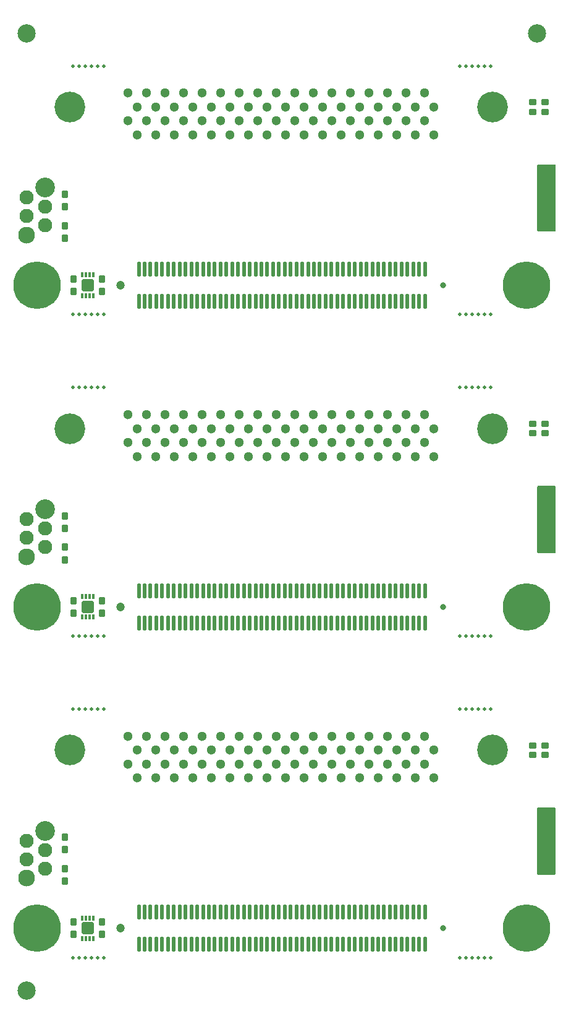
<source format=gts>
G04 #@! TF.GenerationSoftware,KiCad,Pcbnew,8.0.6*
G04 #@! TF.CreationDate,2024-11-07T02:27:03-08:00*
G04 #@! TF.ProjectId,hvd-68-hd-panel,6876642d-3638-42d6-9864-2d70616e656c,1*
G04 #@! TF.SameCoordinates,Original*
G04 #@! TF.FileFunction,Soldermask,Top*
G04 #@! TF.FilePolarity,Negative*
%FSLAX46Y46*%
G04 Gerber Fmt 4.6, Leading zero omitted, Abs format (unit mm)*
G04 Created by KiCad (PCBNEW 8.0.6) date 2024-11-07 02:27:03*
%MOMM*%
%LPD*%
G01*
G04 APERTURE LIST*
G04 Aperture macros list*
%AMRoundRect*
0 Rectangle with rounded corners*
0 $1 Rounding radius*
0 $2 $3 $4 $5 $6 $7 $8 $9 X,Y pos of 4 corners*
0 Add a 4 corners polygon primitive as box body*
4,1,4,$2,$3,$4,$5,$6,$7,$8,$9,$2,$3,0*
0 Add four circle primitives for the rounded corners*
1,1,$1+$1,$2,$3*
1,1,$1+$1,$4,$5*
1,1,$1+$1,$6,$7*
1,1,$1+$1,$8,$9*
0 Add four rect primitives between the rounded corners*
20,1,$1+$1,$2,$3,$4,$5,0*
20,1,$1+$1,$4,$5,$6,$7,0*
20,1,$1+$1,$6,$7,$8,$9,0*
20,1,$1+$1,$8,$9,$2,$3,0*%
G04 Aperture macros list end*
%ADD10RoundRect,0.225000X0.275000X0.225000X-0.275000X0.225000X-0.275000X-0.225000X0.275000X-0.225000X0*%
%ADD11C,2.500000*%
%ADD12C,0.500000*%
%ADD13C,6.500000*%
%ADD14C,2.300000*%
%ADD15C,2.700000*%
%ADD16C,1.950000*%
%ADD17RoundRect,0.225000X-0.225000X0.275000X-0.225000X-0.275000X0.225000X-0.275000X0.225000X0.275000X0*%
%ADD18RoundRect,0.225000X0.225000X-0.275000X0.225000X0.275000X-0.225000X0.275000X-0.225000X-0.275000X0*%
%ADD19RoundRect,0.062500X0.137500X-0.287500X0.137500X0.287500X-0.137500X0.287500X-0.137500X-0.287500X0*%
%ADD20RoundRect,0.265625X0.584375X-0.584375X0.584375X0.584375X-0.584375X0.584375X-0.584375X-0.584375X0*%
%ADD21C,1.300000*%
%ADD22C,4.200000*%
%ADD23RoundRect,0.225000X-0.275000X-0.225000X0.275000X-0.225000X0.275000X0.225000X-0.275000X0.225000X0*%
%ADD24C,0.800000*%
%ADD25C,1.200000*%
%ADD26RoundRect,0.125000X0.125000X0.925000X-0.125000X0.925000X-0.125000X-0.925000X0.125000X-0.925000X0*%
G04 APERTURE END LIST*
D10*
G04 #@! TO.C,R4*
X-1450000Y122752000D03*
X-3150000Y122752000D03*
G04 #@! TD*
D11*
G04 #@! TO.C,KiKit_FID_T_2*
X-2500000Y133503500D03*
G04 #@! TD*
D12*
G04 #@! TO.C,KiKit_MB_6_5*
X-62739399Y85002000D03*
G04 #@! TD*
G04 #@! TO.C,KiKit_MB_4_1*
X-61899000Y95002000D03*
G04 #@! TD*
G04 #@! TO.C,KiKit_MB_10_5*
X-62739399Y41002000D03*
G04 #@! TD*
G04 #@! TO.C,KiKit_MB_4_2*
X-62739400Y95002000D03*
G04 #@! TD*
D13*
G04 #@! TO.C,H3*
X-71000000Y55002000D03*
G04 #@! TD*
D12*
G04 #@! TO.C,KiKit_MB_9_3*
X-10579801Y7002000D03*
G04 #@! TD*
G04 #@! TO.C,KiKit_MB_2_3*
X-64420198Y129002000D03*
G04 #@! TD*
G04 #@! TO.C,KiKit_MB_4_3*
X-63579800Y95002000D03*
G04 #@! TD*
G04 #@! TO.C,KiKit_MB_9_2*
X-9739401Y7002000D03*
G04 #@! TD*
G04 #@! TO.C,KiKit_MB_1_6*
X-13101000Y95002000D03*
G04 #@! TD*
D14*
G04 #@! TO.C,J3*
X-72440000Y17872000D03*
D15*
X-69900000Y24342000D03*
D16*
X-72440000Y23012000D03*
X-69900000Y21742000D03*
X-72440000Y20472000D03*
X-69900000Y19202000D03*
G04 #@! TD*
D17*
G04 #@! TO.C,R2*
X-67200000Y23452000D03*
X-67200000Y21752000D03*
G04 #@! TD*
D18*
G04 #@! TO.C,C1*
X-66050000Y10152000D03*
X-66050000Y11852000D03*
G04 #@! TD*
D19*
G04 #@! TO.C,U1*
X-64850001Y53602000D03*
X-64350000Y53602000D03*
X-63850000Y53602000D03*
X-63349999Y53602000D03*
X-63349999Y56402000D03*
X-63850000Y56402000D03*
X-64350000Y56402000D03*
X-64850001Y56402000D03*
D20*
X-64100000Y55002000D03*
G04 #@! TD*
D12*
G04 #@! TO.C,KiKit_MB_12_6*
X-66100999Y7002000D03*
G04 #@! TD*
D13*
G04 #@! TO.C,H4*
X-4000000Y11002000D03*
G04 #@! TD*
D12*
G04 #@! TO.C,KiKit_MB_8_4*
X-64420199Y51002000D03*
G04 #@! TD*
D18*
G04 #@! TO.C,C1*
X-66050000Y54152000D03*
X-66050000Y55852000D03*
G04 #@! TD*
D17*
G04 #@! TO.C,R2*
X-67200000Y111452000D03*
X-67200000Y109752000D03*
G04 #@! TD*
D12*
G04 #@! TO.C,KiKit_MB_12_1*
X-61899000Y7002000D03*
G04 #@! TD*
D11*
G04 #@! TO.C,KiKit_FID_T_3*
X-72500000Y2500000D03*
G04 #@! TD*
D12*
G04 #@! TO.C,KiKit_MB_3_6*
X-8899001Y129002000D03*
G04 #@! TD*
G04 #@! TO.C,KiKit_MB_12_5*
X-65260599Y7002000D03*
G04 #@! TD*
G04 #@! TO.C,KiKit_MB_5_3*
X-10579801Y51002000D03*
G04 #@! TD*
G04 #@! TO.C,KiKit_MB_2_4*
X-63579799Y129002000D03*
G04 #@! TD*
D19*
G04 #@! TO.C,U1*
X-64850001Y9602000D03*
X-64350000Y9602000D03*
X-63850000Y9602000D03*
X-63349999Y9602000D03*
X-63349999Y12402000D03*
X-63850000Y12402000D03*
X-64350000Y12402000D03*
X-64850001Y12402000D03*
D20*
X-64100000Y11002000D03*
G04 #@! TD*
D12*
G04 #@! TO.C,KiKit_MB_7_3*
X-11420200Y85002000D03*
G04 #@! TD*
D11*
G04 #@! TO.C,KiKit_FID_T_1*
X-72500000Y133503500D03*
G04 #@! TD*
D12*
G04 #@! TO.C,KiKit_MB_10_4*
X-63579799Y41002000D03*
G04 #@! TD*
D18*
G04 #@! TO.C,R1*
X-62150000Y98152000D03*
X-62150000Y99852000D03*
G04 #@! TD*
D12*
G04 #@! TO.C,KiKit_MB_9_5*
X-12260600Y7002000D03*
G04 #@! TD*
D13*
G04 #@! TO.C,H3*
X-71000000Y99002000D03*
G04 #@! TD*
G04 #@! TO.C,H3*
X-71000000Y11002000D03*
G04 #@! TD*
D12*
G04 #@! TO.C,KiKit_MB_3_2*
X-12260600Y129002000D03*
G04 #@! TD*
G04 #@! TO.C,KiKit_MB_1_4*
X-11420200Y95002000D03*
G04 #@! TD*
G04 #@! TO.C,KiKit_MB_11_4*
X-10579801Y41002000D03*
G04 #@! TD*
D18*
G04 #@! TO.C,R1*
X-62150000Y10152000D03*
X-62150000Y11852000D03*
G04 #@! TD*
G04 #@! TO.C,R1*
X-62150000Y54152000D03*
X-62150000Y55852000D03*
G04 #@! TD*
D12*
G04 #@! TO.C,KiKit_MB_11_3*
X-11420200Y41002000D03*
G04 #@! TD*
G04 #@! TO.C,KiKit_MB_5_4*
X-11420200Y51002000D03*
G04 #@! TD*
D19*
G04 #@! TO.C,U1*
X-64850001Y97602000D03*
X-64350000Y97602000D03*
X-63850000Y97602000D03*
X-63349999Y97602000D03*
X-63349999Y100402000D03*
X-63850000Y100402000D03*
X-64350000Y100402000D03*
X-64850001Y100402000D03*
D20*
X-64100000Y99002000D03*
G04 #@! TD*
D18*
G04 #@! TO.C,R3*
X-67200000Y17452000D03*
X-67200000Y19152000D03*
G04 #@! TD*
D12*
G04 #@! TO.C,KiKit_MB_11_2*
X-12260600Y41002000D03*
G04 #@! TD*
G04 #@! TO.C,KiKit_MB_8_2*
X-62739400Y51002000D03*
G04 #@! TD*
G04 #@! TO.C,KiKit_MB_8_3*
X-63579800Y51002000D03*
G04 #@! TD*
G04 #@! TO.C,KiKit_MB_7_4*
X-10579801Y85002000D03*
G04 #@! TD*
G04 #@! TO.C,KiKit_MB_1_2*
X-9739401Y95002000D03*
G04 #@! TD*
G04 #@! TO.C,KiKit_MB_12_2*
X-62739400Y7002000D03*
G04 #@! TD*
G04 #@! TO.C,KiKit_MB_9_6*
X-13101000Y7002000D03*
G04 #@! TD*
G04 #@! TO.C,KiKit_MB_2_5*
X-62739399Y129002000D03*
G04 #@! TD*
G04 #@! TO.C,KiKit_MB_2_1*
X-66100998Y129002000D03*
G04 #@! TD*
D18*
G04 #@! TO.C,C1*
X-66050000Y98152000D03*
X-66050000Y99852000D03*
G04 #@! TD*
D12*
G04 #@! TO.C,KiKit_MB_11_6*
X-8899001Y41002000D03*
G04 #@! TD*
G04 #@! TO.C,KiKit_MB_7_1*
X-13101000Y85002000D03*
G04 #@! TD*
G04 #@! TO.C,KiKit_MB_7_5*
X-9739401Y85002000D03*
G04 #@! TD*
D18*
G04 #@! TO.C,R3*
X-67200000Y61452000D03*
X-67200000Y63152000D03*
G04 #@! TD*
D12*
G04 #@! TO.C,KiKit_MB_6_1*
X-66100998Y85002000D03*
G04 #@! TD*
G04 #@! TO.C,KiKit_MB_11_5*
X-9739401Y41002000D03*
G04 #@! TD*
D21*
G04 #@! TO.C,J4*
X-58550000Y121486001D03*
X-57280000Y119581001D03*
X-56010000Y121486001D03*
X-54740000Y119581000D03*
X-53470000Y121486001D03*
X-52199999Y119581001D03*
X-50930000Y121486000D03*
X-49659999Y119581000D03*
X-48390000Y121486001D03*
X-47119999Y119581000D03*
X-45850000Y121486001D03*
X-44579998Y119581000D03*
X-43310000Y121486001D03*
X-42039999Y119581001D03*
X-40770000Y121486000D03*
X-39499999Y119581000D03*
X-38230000Y121486000D03*
X-36959999Y119581000D03*
X-35690000Y121486001D03*
X-34420000Y119581001D03*
X-33150000Y121486001D03*
X-31880000Y119581000D03*
X-30610000Y121486001D03*
X-29339998Y119581000D03*
X-28070000Y121486000D03*
X-26799999Y119581000D03*
X-25530000Y121486001D03*
X-24259999Y119581000D03*
X-22990000Y121486001D03*
X-21719998Y119581000D03*
X-20450000Y121486001D03*
X-19179999Y119581001D03*
X-17910000Y121486000D03*
X-16639999Y119581000D03*
X-58550000Y125296000D03*
X-57280000Y123390999D03*
X-56010000Y125296000D03*
X-54740000Y123391000D03*
X-53470000Y125296000D03*
X-52200000Y123391000D03*
X-50930000Y125296000D03*
X-49660000Y123391000D03*
X-48390000Y125296000D03*
X-47120000Y123391000D03*
X-45850000Y125296000D03*
X-44580000Y123390999D03*
X-43310000Y125296000D03*
X-42040000Y123391000D03*
X-40770000Y125296000D03*
X-39500000Y123391000D03*
X-38230000Y125296000D03*
X-36960000Y123391000D03*
X-35690000Y125296000D03*
X-34420000Y123390999D03*
X-33150000Y125296000D03*
X-31880000Y123391000D03*
X-30610000Y125296000D03*
X-29340000Y123391000D03*
X-28070000Y125296000D03*
X-26800000Y123391000D03*
X-25530000Y125296000D03*
X-24260000Y123391000D03*
X-22990000Y125296000D03*
X-21720000Y123390999D03*
X-20450000Y125296000D03*
X-19180000Y123391000D03*
X-17910000Y125296000D03*
X-16640000Y123391000D03*
D22*
X-8639001Y123391000D03*
X-66550000Y123390999D03*
G04 #@! TD*
D12*
G04 #@! TO.C,KiKit_MB_9_4*
X-11420200Y7002000D03*
G04 #@! TD*
D23*
G04 #@! TO.C,C2*
X-3150000Y124052000D03*
X-1450000Y124052000D03*
G04 #@! TD*
D12*
G04 #@! TO.C,KiKit_MB_7_2*
X-12260600Y85002000D03*
G04 #@! TD*
G04 #@! TO.C,KiKit_MB_6_4*
X-63579799Y85002000D03*
G04 #@! TD*
G04 #@! TO.C,KiKit_MB_1_5*
X-12260600Y95002000D03*
G04 #@! TD*
G04 #@! TO.C,KiKit_MB_10_2*
X-65260598Y41002000D03*
G04 #@! TD*
G04 #@! TO.C,KiKit_MB_7_6*
X-8899001Y85002000D03*
G04 #@! TD*
D21*
G04 #@! TO.C,J4*
X-58550000Y33486001D03*
X-57280000Y31581001D03*
X-56010000Y33486001D03*
X-54740000Y31581000D03*
X-53470000Y33486001D03*
X-52199999Y31581001D03*
X-50930000Y33486000D03*
X-49659999Y31581000D03*
X-48390000Y33486001D03*
X-47119999Y31581000D03*
X-45850000Y33486001D03*
X-44579998Y31581000D03*
X-43310000Y33486001D03*
X-42039999Y31581001D03*
X-40770000Y33486000D03*
X-39499999Y31581000D03*
X-38230000Y33486000D03*
X-36959999Y31581000D03*
X-35690000Y33486001D03*
X-34420000Y31581001D03*
X-33150000Y33486001D03*
X-31880000Y31581000D03*
X-30610000Y33486001D03*
X-29339998Y31581000D03*
X-28070000Y33486000D03*
X-26799999Y31581000D03*
X-25530000Y33486001D03*
X-24259999Y31581000D03*
X-22990000Y33486001D03*
X-21719998Y31581000D03*
X-20450000Y33486001D03*
X-19179999Y31581001D03*
X-17910000Y33486000D03*
X-16639999Y31581000D03*
X-58550000Y37296000D03*
X-57280000Y35390999D03*
X-56010000Y37296000D03*
X-54740000Y35391000D03*
X-53470000Y37296000D03*
X-52200000Y35391000D03*
X-50930000Y37296000D03*
X-49660000Y35391000D03*
X-48390000Y37296000D03*
X-47120000Y35391000D03*
X-45850000Y37296000D03*
X-44580000Y35390999D03*
X-43310000Y37296000D03*
X-42040000Y35391000D03*
X-40770000Y37296000D03*
X-39500000Y35391000D03*
X-38230000Y37296000D03*
X-36960000Y35391000D03*
X-35690000Y37296000D03*
X-34420000Y35390999D03*
X-33150000Y37296000D03*
X-31880000Y35391000D03*
X-30610000Y37296000D03*
X-29340000Y35391000D03*
X-28070000Y37296000D03*
X-26800000Y35391000D03*
X-25530000Y37296000D03*
X-24260000Y35391000D03*
X-22990000Y37296000D03*
X-21720000Y35390999D03*
X-20450000Y37296000D03*
X-19180000Y35391000D03*
X-17910000Y37296000D03*
X-16640000Y35391000D03*
D22*
X-8639001Y35391000D03*
X-66550000Y35390999D03*
G04 #@! TD*
D12*
G04 #@! TO.C,KiKit_MB_8_1*
X-61899000Y51002000D03*
G04 #@! TD*
D14*
G04 #@! TO.C,J3*
X-72440000Y105872000D03*
D15*
X-69900000Y112342000D03*
D16*
X-72440000Y111012000D03*
X-69900000Y109742000D03*
X-72440000Y108472000D03*
X-69900000Y107202000D03*
G04 #@! TD*
D12*
G04 #@! TO.C,KiKit_MB_3_3*
X-11420200Y129002000D03*
G04 #@! TD*
G04 #@! TO.C,KiKit_MB_6_2*
X-65260598Y85002000D03*
G04 #@! TD*
G04 #@! TO.C,KiKit_MB_8_5*
X-65260599Y51002000D03*
G04 #@! TD*
D13*
G04 #@! TO.C,H4*
X-4000000Y55002000D03*
G04 #@! TD*
D10*
G04 #@! TO.C,R4*
X-1450000Y78752000D03*
X-3150000Y78752000D03*
G04 #@! TD*
D21*
G04 #@! TO.C,J4*
X-58550000Y77486001D03*
X-57280000Y75581001D03*
X-56010000Y77486001D03*
X-54740000Y75581000D03*
X-53470000Y77486001D03*
X-52199999Y75581001D03*
X-50930000Y77486000D03*
X-49659999Y75581000D03*
X-48390000Y77486001D03*
X-47119999Y75581000D03*
X-45850000Y77486001D03*
X-44579998Y75581000D03*
X-43310000Y77486001D03*
X-42039999Y75581001D03*
X-40770000Y77486000D03*
X-39499999Y75581000D03*
X-38230000Y77486000D03*
X-36959999Y75581000D03*
X-35690000Y77486001D03*
X-34420000Y75581001D03*
X-33150000Y77486001D03*
X-31880000Y75581000D03*
X-30610000Y77486001D03*
X-29339998Y75581000D03*
X-28070000Y77486000D03*
X-26799999Y75581000D03*
X-25530000Y77486001D03*
X-24259999Y75581000D03*
X-22990000Y77486001D03*
X-21719998Y75581000D03*
X-20450000Y77486001D03*
X-19179999Y75581001D03*
X-17910000Y77486000D03*
X-16639999Y75581000D03*
X-58550000Y81296000D03*
X-57280000Y79390999D03*
X-56010000Y81296000D03*
X-54740000Y79391000D03*
X-53470000Y81296000D03*
X-52200000Y79391000D03*
X-50930000Y81296000D03*
X-49660000Y79391000D03*
X-48390000Y81296000D03*
X-47120000Y79391000D03*
X-45850000Y81296000D03*
X-44580000Y79390999D03*
X-43310000Y81296000D03*
X-42040000Y79391000D03*
X-40770000Y81296000D03*
X-39500000Y79391000D03*
X-38230000Y81296000D03*
X-36960000Y79391000D03*
X-35690000Y81296000D03*
X-34420000Y79390999D03*
X-33150000Y81296000D03*
X-31880000Y79391000D03*
X-30610000Y81296000D03*
X-29340000Y79391000D03*
X-28070000Y81296000D03*
X-26800000Y79391000D03*
X-25530000Y81296000D03*
X-24260000Y79391000D03*
X-22990000Y81296000D03*
X-21720000Y79390999D03*
X-20450000Y81296000D03*
X-19180000Y79391000D03*
X-17910000Y81296000D03*
X-16640000Y79391000D03*
D22*
X-8639001Y79391000D03*
X-66550000Y79390999D03*
G04 #@! TD*
D12*
G04 #@! TO.C,KiKit_MB_2_2*
X-65260598Y129002000D03*
G04 #@! TD*
G04 #@! TO.C,KiKit_MB_12_4*
X-64420199Y7002000D03*
G04 #@! TD*
G04 #@! TO.C,KiKit_MB_4_5*
X-65260599Y95002000D03*
G04 #@! TD*
D17*
G04 #@! TO.C,R2*
X-67200000Y67452000D03*
X-67200000Y65752000D03*
G04 #@! TD*
D23*
G04 #@! TO.C,C2*
X-3150000Y36052000D03*
X-1450000Y36052000D03*
G04 #@! TD*
D12*
G04 #@! TO.C,KiKit_MB_10_1*
X-66100998Y41002000D03*
G04 #@! TD*
G04 #@! TO.C,KiKit_MB_1_3*
X-10579801Y95002000D03*
G04 #@! TD*
G04 #@! TO.C,KiKit_MB_6_3*
X-64420198Y85002000D03*
G04 #@! TD*
G04 #@! TO.C,KiKit_MB_9_1*
X-8899001Y7002000D03*
G04 #@! TD*
G04 #@! TO.C,KiKit_MB_4_4*
X-64420199Y95002000D03*
G04 #@! TD*
G04 #@! TO.C,KiKit_MB_2_6*
X-61898999Y129002000D03*
G04 #@! TD*
G04 #@! TO.C,KiKit_MB_6_6*
X-61898999Y85002000D03*
G04 #@! TD*
D10*
G04 #@! TO.C,R4*
X-1450000Y34752000D03*
X-3150000Y34752000D03*
G04 #@! TD*
D23*
G04 #@! TO.C,C2*
X-3150000Y80052000D03*
X-1450000Y80052000D03*
G04 #@! TD*
D12*
G04 #@! TO.C,KiKit_MB_3_5*
X-9739401Y129002000D03*
G04 #@! TD*
D18*
G04 #@! TO.C,R3*
X-67200000Y105452000D03*
X-67200000Y107152000D03*
G04 #@! TD*
D12*
G04 #@! TO.C,KiKit_MB_10_6*
X-61898999Y41002000D03*
G04 #@! TD*
G04 #@! TO.C,KiKit_MB_1_1*
X-8899001Y95002000D03*
G04 #@! TD*
D24*
G04 #@! TO.C,J1*
X-15400000Y55002000D03*
D25*
X-59600000Y55002000D03*
D26*
X-57100000Y52802000D03*
X-57100000Y57202000D03*
X-56300000Y52802001D03*
X-56300000Y57201999D03*
X-55500000Y52802000D03*
X-55500000Y57202000D03*
X-54700001Y52802000D03*
X-54700001Y57202000D03*
X-53900000Y52802000D03*
X-53900000Y57202000D03*
X-53100000Y52802000D03*
X-53100000Y57202000D03*
X-52299999Y52802000D03*
X-52299999Y57202000D03*
X-51500000Y52802000D03*
X-51500000Y57202000D03*
X-50700000Y52802001D03*
X-50700000Y57201999D03*
X-49900000Y52802000D03*
X-49900000Y57202000D03*
X-49100000Y52802000D03*
X-49100000Y57202000D03*
X-48300000Y52802000D03*
X-48300000Y57202000D03*
X-47500000Y52802000D03*
X-47500000Y57202000D03*
X-46699999Y52802000D03*
X-46699999Y57202000D03*
X-45900000Y52802000D03*
X-45900000Y57202000D03*
X-45100000Y52802001D03*
X-45100000Y57201999D03*
X-44300000Y52802000D03*
X-44300000Y57202000D03*
X-43500000Y52802000D03*
X-43500000Y57202000D03*
X-42700000Y52802000D03*
X-42700000Y57202000D03*
X-41900000Y52802000D03*
X-41900000Y57202000D03*
X-41099999Y52802000D03*
X-41099999Y57202000D03*
X-40300000Y52802000D03*
X-40300000Y57202000D03*
X-39500000Y52802001D03*
X-39500000Y57201999D03*
X-38700000Y52802000D03*
X-38700000Y57202000D03*
X-37900000Y52802000D03*
X-37900000Y57202000D03*
X-37100000Y52802000D03*
X-37100000Y57202000D03*
X-36300000Y52802000D03*
X-36300000Y57202000D03*
X-35500000Y52802001D03*
X-35500000Y57201999D03*
X-34700000Y52802000D03*
X-34700000Y57202000D03*
X-33900001Y52802000D03*
X-33900001Y57202000D03*
X-33100000Y52802000D03*
X-33100000Y57202000D03*
X-32300000Y52802000D03*
X-32300000Y57202000D03*
X-31500000Y52802000D03*
X-31500000Y57202000D03*
X-30700000Y52802000D03*
X-30700000Y57202000D03*
X-29900000Y52802001D03*
X-29900000Y57201999D03*
X-29100000Y52802000D03*
X-29100000Y57202000D03*
X-28300001Y52802000D03*
X-28300001Y57202000D03*
X-27500000Y52802000D03*
X-27500000Y57202000D03*
X-26700000Y52802000D03*
X-26700000Y57202000D03*
X-25900000Y52802000D03*
X-25900000Y57202000D03*
X-25100000Y52802000D03*
X-25100000Y57202000D03*
X-24300000Y52802001D03*
X-24300000Y57201999D03*
X-23500000Y52802000D03*
X-23500000Y57202000D03*
X-22700001Y52802000D03*
X-22700001Y57202000D03*
X-21900000Y52802000D03*
X-21900000Y57202000D03*
X-21100000Y52802000D03*
X-21100000Y57202000D03*
X-20299999Y52802000D03*
X-20299999Y57202000D03*
X-19500000Y52802000D03*
X-19500000Y57202000D03*
X-18700000Y52802001D03*
X-18700000Y57201999D03*
X-17900000Y52802000D03*
X-17900000Y57202000D03*
G04 #@! TD*
D12*
G04 #@! TO.C,KiKit_MB_5_2*
X-9739401Y51002000D03*
G04 #@! TD*
G04 #@! TO.C,KiKit_MB_8_6*
X-66100999Y51002000D03*
G04 #@! TD*
G04 #@! TO.C,KiKit_MB_12_3*
X-63579800Y7002000D03*
G04 #@! TD*
G04 #@! TO.C,KiKit_MB_5_1*
X-8899001Y51002000D03*
G04 #@! TD*
D24*
G04 #@! TO.C,J1*
X-15400000Y11002000D03*
D25*
X-59600000Y11002000D03*
D26*
X-57100000Y8802000D03*
X-57100000Y13202000D03*
X-56300000Y8802001D03*
X-56300000Y13201999D03*
X-55500000Y8802000D03*
X-55500000Y13202000D03*
X-54700001Y8802000D03*
X-54700001Y13202000D03*
X-53900000Y8802000D03*
X-53900000Y13202000D03*
X-53100000Y8802000D03*
X-53100000Y13202000D03*
X-52299999Y8802000D03*
X-52299999Y13202000D03*
X-51500000Y8802000D03*
X-51500000Y13202000D03*
X-50700000Y8802001D03*
X-50700000Y13201999D03*
X-49900000Y8802000D03*
X-49900000Y13202000D03*
X-49100000Y8802000D03*
X-49100000Y13202000D03*
X-48300000Y8802000D03*
X-48300000Y13202000D03*
X-47500000Y8802000D03*
X-47500000Y13202000D03*
X-46699999Y8802000D03*
X-46699999Y13202000D03*
X-45900000Y8802000D03*
X-45900000Y13202000D03*
X-45100000Y8802001D03*
X-45100000Y13201999D03*
X-44300000Y8802000D03*
X-44300000Y13202000D03*
X-43500000Y8802000D03*
X-43500000Y13202000D03*
X-42700000Y8802000D03*
X-42700000Y13202000D03*
X-41900000Y8802000D03*
X-41900000Y13202000D03*
X-41099999Y8802000D03*
X-41099999Y13202000D03*
X-40300000Y8802000D03*
X-40300000Y13202000D03*
X-39500000Y8802001D03*
X-39500000Y13201999D03*
X-38700000Y8802000D03*
X-38700000Y13202000D03*
X-37900000Y8802000D03*
X-37900000Y13202000D03*
X-37100000Y8802000D03*
X-37100000Y13202000D03*
X-36300000Y8802000D03*
X-36300000Y13202000D03*
X-35500000Y8802001D03*
X-35500000Y13201999D03*
X-34700000Y8802000D03*
X-34700000Y13202000D03*
X-33900001Y8802000D03*
X-33900001Y13202000D03*
X-33100000Y8802000D03*
X-33100000Y13202000D03*
X-32300000Y8802000D03*
X-32300000Y13202000D03*
X-31500000Y8802000D03*
X-31500000Y13202000D03*
X-30700000Y8802000D03*
X-30700000Y13202000D03*
X-29900000Y8802001D03*
X-29900000Y13201999D03*
X-29100000Y8802000D03*
X-29100000Y13202000D03*
X-28300001Y8802000D03*
X-28300001Y13202000D03*
X-27500000Y8802000D03*
X-27500000Y13202000D03*
X-26700000Y8802000D03*
X-26700000Y13202000D03*
X-25900000Y8802000D03*
X-25900000Y13202000D03*
X-25100000Y8802000D03*
X-25100000Y13202000D03*
X-24300000Y8802001D03*
X-24300000Y13201999D03*
X-23500000Y8802000D03*
X-23500000Y13202000D03*
X-22700001Y8802000D03*
X-22700001Y13202000D03*
X-21900000Y8802000D03*
X-21900000Y13202000D03*
X-21100000Y8802000D03*
X-21100000Y13202000D03*
X-20299999Y8802000D03*
X-20299999Y13202000D03*
X-19500000Y8802000D03*
X-19500000Y13202000D03*
X-18700000Y8802001D03*
X-18700000Y13201999D03*
X-17900000Y8802000D03*
X-17900000Y13202000D03*
G04 #@! TD*
D12*
G04 #@! TO.C,KiKit_MB_4_6*
X-66100999Y95002000D03*
G04 #@! TD*
D24*
G04 #@! TO.C,J1*
X-15400000Y99002000D03*
D25*
X-59600000Y99002000D03*
D26*
X-57100000Y96802000D03*
X-57100000Y101202000D03*
X-56300000Y96802001D03*
X-56300000Y101201999D03*
X-55500000Y96802000D03*
X-55500000Y101202000D03*
X-54700001Y96802000D03*
X-54700001Y101202000D03*
X-53900000Y96802000D03*
X-53900000Y101202000D03*
X-53100000Y96802000D03*
X-53100000Y101202000D03*
X-52299999Y96802000D03*
X-52299999Y101202000D03*
X-51500000Y96802000D03*
X-51500000Y101202000D03*
X-50700000Y96802001D03*
X-50700000Y101201999D03*
X-49900000Y96802000D03*
X-49900000Y101202000D03*
X-49100000Y96802000D03*
X-49100000Y101202000D03*
X-48300000Y96802000D03*
X-48300000Y101202000D03*
X-47500000Y96802000D03*
X-47500000Y101202000D03*
X-46699999Y96802000D03*
X-46699999Y101202000D03*
X-45900000Y96802000D03*
X-45900000Y101202000D03*
X-45100000Y96802001D03*
X-45100000Y101201999D03*
X-44300000Y96802000D03*
X-44300000Y101202000D03*
X-43500000Y96802000D03*
X-43500000Y101202000D03*
X-42700000Y96802000D03*
X-42700000Y101202000D03*
X-41900000Y96802000D03*
X-41900000Y101202000D03*
X-41099999Y96802000D03*
X-41099999Y101202000D03*
X-40300000Y96802000D03*
X-40300000Y101202000D03*
X-39500000Y96802001D03*
X-39500000Y101201999D03*
X-38700000Y96802000D03*
X-38700000Y101202000D03*
X-37900000Y96802000D03*
X-37900000Y101202000D03*
X-37100000Y96802000D03*
X-37100000Y101202000D03*
X-36300000Y96802000D03*
X-36300000Y101202000D03*
X-35500000Y96802001D03*
X-35500000Y101201999D03*
X-34700000Y96802000D03*
X-34700000Y101202000D03*
X-33900001Y96802000D03*
X-33900001Y101202000D03*
X-33100000Y96802000D03*
X-33100000Y101202000D03*
X-32300000Y96802000D03*
X-32300000Y101202000D03*
X-31500000Y96802000D03*
X-31500000Y101202000D03*
X-30700000Y96802000D03*
X-30700000Y101202000D03*
X-29900000Y96802001D03*
X-29900000Y101201999D03*
X-29100000Y96802000D03*
X-29100000Y101202000D03*
X-28300001Y96802000D03*
X-28300001Y101202000D03*
X-27500000Y96802000D03*
X-27500000Y101202000D03*
X-26700000Y96802000D03*
X-26700000Y101202000D03*
X-25900000Y96802000D03*
X-25900000Y101202000D03*
X-25100000Y96802000D03*
X-25100000Y101202000D03*
X-24300000Y96802001D03*
X-24300000Y101201999D03*
X-23500000Y96802000D03*
X-23500000Y101202000D03*
X-22700001Y96802000D03*
X-22700001Y101202000D03*
X-21900000Y96802000D03*
X-21900000Y101202000D03*
X-21100000Y96802000D03*
X-21100000Y101202000D03*
X-20299999Y96802000D03*
X-20299999Y101202000D03*
X-19500000Y96802000D03*
X-19500000Y101202000D03*
X-18700000Y96802001D03*
X-18700000Y101201999D03*
X-17900000Y96802000D03*
X-17900000Y101202000D03*
G04 #@! TD*
D12*
G04 #@! TO.C,KiKit_MB_5_6*
X-13101000Y51002000D03*
G04 #@! TD*
D13*
G04 #@! TO.C,H4*
X-4000000Y99002000D03*
G04 #@! TD*
D12*
G04 #@! TO.C,KiKit_MB_3_1*
X-13101000Y129002000D03*
G04 #@! TD*
G04 #@! TO.C,KiKit_MB_3_4*
X-10579801Y129002000D03*
G04 #@! TD*
D14*
G04 #@! TO.C,J3*
X-72440000Y61872000D03*
D15*
X-69900000Y68342000D03*
D16*
X-72440000Y67012000D03*
X-69900000Y65742000D03*
X-72440000Y64472000D03*
X-69900000Y63202000D03*
G04 #@! TD*
D12*
G04 #@! TO.C,KiKit_MB_11_1*
X-13101000Y41002000D03*
G04 #@! TD*
G04 #@! TO.C,KiKit_MB_10_3*
X-64420198Y41002000D03*
G04 #@! TD*
G04 #@! TO.C,KiKit_MB_5_5*
X-12260600Y51002000D03*
G04 #@! TD*
G36*
X-56961Y71532315D02*
G01*
X-11206Y71479511D01*
X0Y71428000D01*
X0Y62476000D01*
X-19685Y62408961D01*
X-72489Y62363206D01*
X-124000Y62352000D01*
X-2376000Y62352000D01*
X-2443039Y62371685D01*
X-2488794Y62424489D01*
X-2500000Y62476000D01*
X-2500000Y71428000D01*
X-2480315Y71495039D01*
X-2427511Y71540794D01*
X-2376000Y71552000D01*
X-124000Y71552000D01*
X-56961Y71532315D01*
G37*
G36*
X-56961Y115532315D02*
G01*
X-11206Y115479511D01*
X0Y115428000D01*
X0Y106476000D01*
X-19685Y106408961D01*
X-72489Y106363206D01*
X-124000Y106352000D01*
X-2376000Y106352000D01*
X-2443039Y106371685D01*
X-2488794Y106424489D01*
X-2500000Y106476000D01*
X-2500000Y115428000D01*
X-2480315Y115495039D01*
X-2427511Y115540794D01*
X-2376000Y115552000D01*
X-124000Y115552000D01*
X-56961Y115532315D01*
G37*
G36*
X-56961Y27532315D02*
G01*
X-11206Y27479511D01*
X0Y27428000D01*
X0Y18476000D01*
X-19685Y18408961D01*
X-72489Y18363206D01*
X-124000Y18352000D01*
X-2376000Y18352000D01*
X-2443039Y18371685D01*
X-2488794Y18424489D01*
X-2500000Y18476000D01*
X-2500000Y27428000D01*
X-2480315Y27495039D01*
X-2427511Y27540794D01*
X-2376000Y27552000D01*
X-124000Y27552000D01*
X-56961Y27532315D01*
G37*
M02*

</source>
